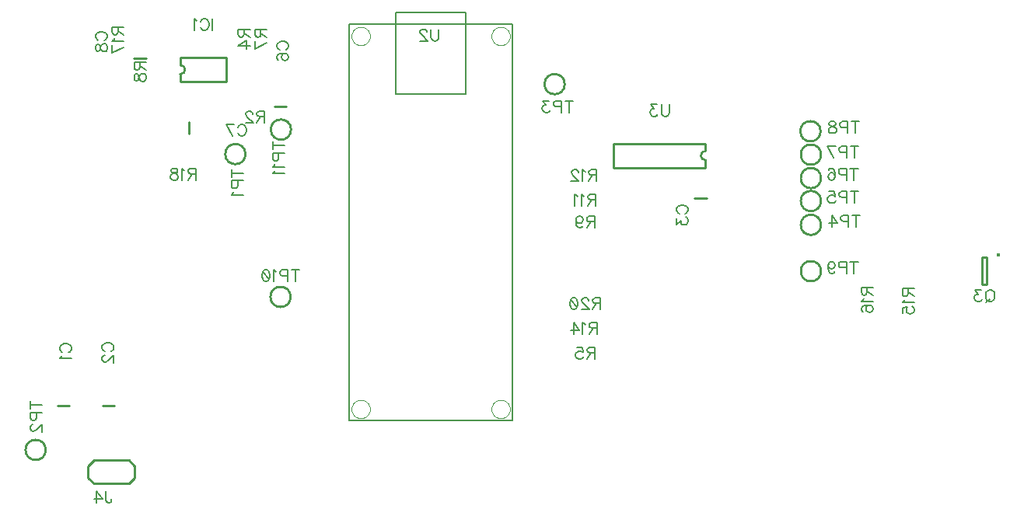
<source format=gbr>
G04 DipTrace 3.0.0.2*
G04 BottomSilk.gbr*
%MOMM*%
G04 #@! TF.FileFunction,Legend,Bot*
G04 #@! TF.Part,Single*
%ADD10C,0.25*%
%ADD21C,0.00033*%
%ADD26C,0.127*%
%ADD33O,0.39172X0.39127*%
%ADD84C,0.19608*%
%FSLAX35Y35*%
G04*
G71*
G90*
G75*
G01*
G04 BotSilk*
%LPD*%
X1474690Y2450533D2*
D10*
X1604590D1*
X1966817D2*
X2096717D1*
X8542077Y4708677D2*
X8412177D1*
X3838603Y5706007D2*
X3968503D1*
X2911073Y5541700D2*
Y5411800D1*
X2308603Y6236007D2*
X2438503D1*
X2813548Y6241078D2*
X3313558D1*
X2813548Y5981042D2*
X3313558D1*
Y6241078D2*
Y5981042D1*
X2813548Y6161084D2*
Y6241078D1*
Y6061036D2*
Y5981042D1*
Y6161084D2*
G02X2813548Y6061036I-23J-50024D01*
G01*
X2254000Y1603173D2*
X1873000D1*
X1809500Y1666673D1*
Y1793673D1*
X1873000Y1857173D2*
X1809500Y1793673D1*
X2254000Y1857173D2*
X1873000D1*
X2317500Y1793673D2*
X2254000Y1857173D1*
X2317500Y1666673D2*
Y1793673D1*
Y1666673D2*
X2254000Y1603173D1*
D33*
X11720114Y4094290D3*
X11592754Y4070920D2*
D10*
Y3770933D1*
X11542753D1*
Y4070920D1*
X11592754D1*
X3303000Y5191000D2*
G02X3303000Y5191000I110000J0D01*
G01*
X1128100Y1968273D2*
G02X1128100Y1968273I110000J0D01*
G01*
X6779627Y5953000D2*
G02X6779627Y5953000I110000J0D01*
G01*
X9570000Y4420000D2*
G02X9570000Y4420000I110000J0D01*
G01*
Y4680000D2*
G02X9570000Y4680000I110000J0D01*
G01*
Y4930000D2*
G02X9570000Y4930000I110000J0D01*
G01*
Y5185000D2*
G02X9570000Y5185000I110000J0D01*
G01*
X9565000Y5440000D2*
G02X9565000Y5440000I110000J0D01*
G01*
X9570000Y3915000D2*
G02X9570000Y3915000I110000J0D01*
G01*
X3794820Y3634973D2*
G02X3794820Y3634973I110000J0D01*
G01*
X3798803Y5457810D2*
G02X3798803Y5457810I110000J0D01*
G01*
X4678228Y6477064D2*
D21*
X4678471Y6484040D1*
X4679201Y6490983D1*
X4680414Y6497858D1*
X4682103Y6504631D1*
X4684261Y6511270D1*
X4686877Y6517743D1*
X4689938Y6524017D1*
X4693430Y6530062D1*
X4697335Y6535850D1*
X4701634Y6541351D1*
X4706307Y6546538D1*
X4711330Y6551388D1*
X4716679Y6555875D1*
X4722329Y6559978D1*
X4728251Y6563677D1*
X4734417Y6566954D1*
X4740796Y6569794D1*
X4747358Y6572181D1*
X4754071Y6574106D1*
X4760901Y6575557D1*
X4767816Y6576528D1*
X4774782Y6577015D1*
X4781766D1*
X4788732Y6576528D1*
X4795647Y6575557D1*
X4802477Y6574106D1*
X4809190Y6572181D1*
X4815752Y6569794D1*
X4822131Y6566954D1*
X4828297Y6563677D1*
X4834219Y6559978D1*
X4839869Y6555875D1*
X4845218Y6551388D1*
X4850241Y6546538D1*
X4854914Y6541351D1*
X4859213Y6535850D1*
X4863118Y6530062D1*
X4866610Y6524017D1*
X4869671Y6517743D1*
X4872287Y6511270D1*
X4874445Y6504631D1*
X4876134Y6497858D1*
X4877347Y6490983D1*
X4878077Y6484040D1*
X4878320Y6477064D1*
X4878077Y6470087D1*
X4877347Y6463145D1*
X4876134Y6456270D1*
X4874445Y6449497D1*
X4872287Y6442858D1*
X4869671Y6436385D1*
X4866610Y6430111D1*
X4863118Y6424065D1*
X4859213Y6418278D1*
X4854914Y6412777D1*
X4850241Y6407589D1*
X4845218Y6402740D1*
X4839869Y6398253D1*
X4834219Y6394150D1*
X4828297Y6390450D1*
X4822131Y6387173D1*
X4815752Y6384334D1*
X4809190Y6381946D1*
X4802477Y6380022D1*
X4795647Y6378571D1*
X4788732Y6377599D1*
X4781766Y6377112D1*
X4774782D1*
X4767816Y6377599D1*
X4760901Y6378571D1*
X4754071Y6380022D1*
X4747358Y6381946D1*
X4740796Y6384334D1*
X4734417Y6387173D1*
X4728251Y6390450D1*
X4722329Y6394150D1*
X4716679Y6398253D1*
X4711330Y6402740D1*
X4706307Y6407589D1*
X4701634Y6412777D1*
X4697335Y6418278D1*
X4693430Y6424065D1*
X4689938Y6430111D1*
X4686877Y6436385D1*
X4684261Y6442858D1*
X4682103Y6449497D1*
X4680414Y6456270D1*
X4679201Y6463145D1*
X4678471Y6470087D1*
X4678228Y6477064D1*
X6202180D2*
X6202423Y6484040D1*
X6203153Y6490983D1*
X6204366Y6497858D1*
X6206055Y6504631D1*
X6208213Y6511270D1*
X6210829Y6517743D1*
X6213890Y6524017D1*
X6217382Y6530062D1*
X6221287Y6535850D1*
X6225586Y6541351D1*
X6230259Y6546538D1*
X6235282Y6551388D1*
X6240631Y6555875D1*
X6246281Y6559978D1*
X6252203Y6563677D1*
X6258369Y6566954D1*
X6264748Y6569794D1*
X6271310Y6572181D1*
X6278023Y6574106D1*
X6284853Y6575557D1*
X6291768Y6576528D1*
X6298734Y6577015D1*
X6305718D1*
X6312684Y6576528D1*
X6319599Y6575557D1*
X6326429Y6574106D1*
X6333142Y6572181D1*
X6339704Y6569794D1*
X6346083Y6566954D1*
X6352249Y6563677D1*
X6358171Y6559978D1*
X6363821Y6555875D1*
X6369170Y6551388D1*
X6374193Y6546538D1*
X6378866Y6541351D1*
X6383165Y6535850D1*
X6387070Y6530062D1*
X6390562Y6524017D1*
X6393623Y6517743D1*
X6396239Y6511270D1*
X6398397Y6504631D1*
X6400086Y6497858D1*
X6401299Y6490983D1*
X6402029Y6484040D1*
X6402272Y6477064D1*
X6402029Y6470087D1*
X6401299Y6463145D1*
X6400086Y6456270D1*
X6398397Y6449497D1*
X6396239Y6442858D1*
X6393623Y6436385D1*
X6390562Y6430111D1*
X6387070Y6424065D1*
X6383165Y6418278D1*
X6378866Y6412777D1*
X6374193Y6407589D1*
X6369170Y6402740D1*
X6363821Y6398253D1*
X6358171Y6394150D1*
X6352249Y6390450D1*
X6346083Y6387173D1*
X6339704Y6384334D1*
X6333142Y6381946D1*
X6326429Y6380022D1*
X6319599Y6378571D1*
X6312684Y6377599D1*
X6305718Y6377112D1*
X6298734D1*
X6291768Y6377599D1*
X6284853Y6378571D1*
X6278023Y6380022D1*
X6271310Y6381946D1*
X6264748Y6384334D1*
X6258369Y6387173D1*
X6252203Y6390450D1*
X6246281Y6394150D1*
X6240631Y6398253D1*
X6235282Y6402740D1*
X6230259Y6407589D1*
X6225586Y6412777D1*
X6221287Y6418278D1*
X6217382Y6424065D1*
X6213890Y6430111D1*
X6210829Y6436385D1*
X6208213Y6442858D1*
X6206055Y6449497D1*
X6204366Y6456270D1*
X6203153Y6463145D1*
X6202423Y6470087D1*
X6202180Y6477064D1*
Y2413000D2*
X6202423Y2419977D1*
X6203153Y2426919D1*
X6204366Y2433794D1*
X6206055Y2440568D1*
X6208213Y2447207D1*
X6210829Y2453679D1*
X6213890Y2459953D1*
X6217382Y2465999D1*
X6221287Y2471786D1*
X6225586Y2477287D1*
X6230259Y2482475D1*
X6235282Y2487324D1*
X6240631Y2491811D1*
X6246281Y2495914D1*
X6252203Y2499614D1*
X6258369Y2502891D1*
X6264748Y2505730D1*
X6271310Y2508118D1*
X6278023Y2510042D1*
X6284853Y2511493D1*
X6291768Y2512465D1*
X6298734Y2512952D1*
X6305718D1*
X6312684Y2512465D1*
X6319599Y2511493D1*
X6326429Y2510042D1*
X6333142Y2508118D1*
X6339704Y2505730D1*
X6346083Y2502891D1*
X6352249Y2499614D1*
X6358171Y2495914D1*
X6363821Y2491811D1*
X6369170Y2487324D1*
X6374193Y2482475D1*
X6378866Y2477287D1*
X6383165Y2471786D1*
X6387070Y2465999D1*
X6390562Y2459953D1*
X6393623Y2453679D1*
X6396239Y2447207D1*
X6398397Y2440568D1*
X6400086Y2433794D1*
X6401299Y2426919D1*
X6402029Y2419977D1*
X6402272Y2413000D1*
X6402029Y2406024D1*
X6401299Y2399081D1*
X6400086Y2392207D1*
X6398397Y2385433D1*
X6396239Y2378794D1*
X6393623Y2372322D1*
X6390562Y2366047D1*
X6387070Y2360002D1*
X6383165Y2354214D1*
X6378866Y2348714D1*
X6374193Y2343526D1*
X6369170Y2338677D1*
X6363821Y2334189D1*
X6358171Y2330086D1*
X6352249Y2326387D1*
X6346083Y2323110D1*
X6339704Y2320270D1*
X6333142Y2317883D1*
X6326429Y2315959D1*
X6319599Y2314507D1*
X6312684Y2313536D1*
X6305718Y2313049D1*
X6298734D1*
X6291768Y2313536D1*
X6284853Y2314507D1*
X6278023Y2315959D1*
X6271310Y2317883D1*
X6264748Y2320270D1*
X6258369Y2323110D1*
X6252203Y2326387D1*
X6246281Y2330086D1*
X6240631Y2334189D1*
X6235282Y2338677D1*
X6230259Y2343526D1*
X6225586Y2348714D1*
X6221287Y2354214D1*
X6217382Y2360002D1*
X6213890Y2366047D1*
X6210829Y2372322D1*
X6208213Y2378794D1*
X6206055Y2385433D1*
X6204366Y2392207D1*
X6203153Y2399081D1*
X6202423Y2406024D1*
X6202180Y2413000D1*
X4678228D2*
X4678471Y2419977D1*
X4679201Y2426919D1*
X4680414Y2433794D1*
X4682103Y2440568D1*
X4684261Y2447207D1*
X4686877Y2453679D1*
X4689938Y2459953D1*
X4693430Y2465999D1*
X4697335Y2471786D1*
X4701634Y2477287D1*
X4706307Y2482475D1*
X4711330Y2487324D1*
X4716679Y2491811D1*
X4722329Y2495914D1*
X4728251Y2499614D1*
X4734417Y2502891D1*
X4740796Y2505730D1*
X4747358Y2508118D1*
X4754071Y2510042D1*
X4760901Y2511493D1*
X4767816Y2512465D1*
X4774782Y2512952D1*
X4781766D1*
X4788732Y2512465D1*
X4795647Y2511493D1*
X4802477Y2510042D1*
X4809190Y2508118D1*
X4815752Y2505730D1*
X4822131Y2502891D1*
X4828297Y2499614D1*
X4834219Y2495914D1*
X4839869Y2491811D1*
X4845218Y2487324D1*
X4850241Y2482475D1*
X4854914Y2477287D1*
X4859213Y2471786D1*
X4863118Y2465999D1*
X4866610Y2459953D1*
X4869671Y2453679D1*
X4872287Y2447207D1*
X4874445Y2440568D1*
X4876134Y2433794D1*
X4877347Y2426919D1*
X4878077Y2419977D1*
X4878320Y2413000D1*
X4878077Y2406024D1*
X4877347Y2399081D1*
X4876134Y2392207D1*
X4874445Y2385433D1*
X4872287Y2378794D1*
X4869671Y2372322D1*
X4866610Y2366047D1*
X4863118Y2360002D1*
X4859213Y2354214D1*
X4854914Y2348714D1*
X4850241Y2343526D1*
X4845218Y2338677D1*
X4839869Y2334189D1*
X4834219Y2330086D1*
X4828297Y2326387D1*
X4822131Y2323110D1*
X4815752Y2320270D1*
X4809190Y2317883D1*
X4802477Y2315959D1*
X4795647Y2314507D1*
X4788732Y2313536D1*
X4781766Y2313049D1*
X4774782D1*
X4767816Y2313536D1*
X4760901Y2314507D1*
X4754071Y2315959D1*
X4747358Y2317883D1*
X4740796Y2320270D1*
X4734417Y2323110D1*
X4728251Y2326387D1*
X4722329Y2330086D1*
X4716679Y2334189D1*
X4711330Y2338677D1*
X4706307Y2343526D1*
X4701634Y2348714D1*
X4697335Y2354214D1*
X4693430Y2360002D1*
X4689938Y2366047D1*
X4686877Y2372322D1*
X4684261Y2378794D1*
X4682103Y2385433D1*
X4680414Y2392207D1*
X4679201Y2399081D1*
X4678471Y2406024D1*
X4678228Y2413000D1*
X4651232Y6603746D2*
D26*
Y2285873D1*
X6429268D1*
Y6603746D1*
X4651232D1*
X5159216Y6730873D2*
X5921284D1*
Y5841873D1*
X5159216D1*
Y6730873D1*
X8532583Y5045232D2*
D10*
X7532663D1*
X8532583Y5305268D2*
X7532663D1*
Y5045232D2*
Y5305268D1*
X8532583Y5045232D2*
Y5125226D1*
Y5225274D2*
Y5305268D1*
Y5125226D2*
G02X8532583Y5225274I28J50024D01*
G01*
X1531203Y3032552D2*
D84*
X1519130Y3038588D1*
X1506917Y3050802D1*
X1500880Y3062875D1*
Y3087161D1*
X1506917Y3099375D1*
X1519130Y3111448D1*
X1531203Y3117625D1*
X1549453Y3123661D1*
X1579917D1*
X1598026Y3117625D1*
X1610240Y3111448D1*
X1622313Y3099375D1*
X1628490Y3087161D1*
Y3062875D1*
X1622313Y3050802D1*
X1610240Y3038588D1*
X1598026Y3032552D1*
X1525307Y2993336D2*
X1519130Y2981123D1*
X1501020Y2962873D1*
X1628490D1*
X1991583Y3043983D2*
X1979510Y3050020D1*
X1967297Y3062233D1*
X1961260Y3074306D1*
Y3098593D1*
X1967297Y3110806D1*
X1979510Y3122879D1*
X1991583Y3129056D1*
X2009833Y3135093D1*
X2040297D1*
X2058406Y3129056D1*
X2070620Y3122879D1*
X2082693Y3110806D1*
X2088870Y3098593D1*
Y3074306D1*
X2082693Y3062233D1*
X2070620Y3050020D1*
X2058406Y3043983D1*
X1991724Y2998591D2*
X1985687D1*
X1973474Y2992554D1*
X1967437Y2986518D1*
X1961401Y2974304D1*
X1961400Y2950018D1*
X1967437Y2937944D1*
X1973474Y2931908D1*
X1985687Y2925731D1*
X1997760D1*
X2009974Y2931908D1*
X2028083Y2943981D1*
X2088870Y3004767D1*
Y2919694D1*
X8246463Y4545240D2*
X8234390Y4551276D1*
X8222177Y4563490D1*
X8216140Y4575563D1*
Y4599849D1*
X8222177Y4612063D1*
X8234390Y4624136D1*
X8246463Y4630313D1*
X8264713Y4636349D1*
X8295177D1*
X8313286Y4630313D1*
X8325500Y4624136D1*
X8337573Y4612063D1*
X8343750Y4599849D1*
Y4575563D1*
X8337573Y4563490D1*
X8325500Y4551276D1*
X8313286Y4545240D1*
X8216281Y4493811D2*
X8216280Y4427128D1*
X8264854Y4463488D1*
Y4445238D1*
X8270890Y4433165D1*
X8276927Y4427128D1*
X8295177Y4420951D1*
X8307250D1*
X8325500Y4427128D1*
X8337713Y4439201D1*
X8343750Y4457451D1*
Y4475701D1*
X8337713Y4493811D1*
X8331536Y4499847D1*
X8319463Y4506024D1*
X3895117Y6328115D2*
X3883044Y6334151D1*
X3870830Y6346365D1*
X3864794Y6358438D1*
Y6382724D1*
X3870830Y6394938D1*
X3883044Y6407011D1*
X3895117Y6413188D1*
X3913367Y6419224D1*
X3943830D1*
X3961940Y6413188D1*
X3974153Y6407011D1*
X3986226Y6394938D1*
X3992403Y6382724D1*
Y6358438D1*
X3986226Y6346364D1*
X3974153Y6334151D1*
X3961940Y6328115D1*
X3883043Y6216039D2*
X3870970Y6222076D1*
X3864934Y6240326D1*
Y6252399D1*
X3870970Y6270649D1*
X3889220Y6282862D1*
X3919544Y6288899D1*
X3949867D1*
X3974153Y6282862D1*
X3986367Y6270649D1*
X3992403Y6252399D1*
Y6246362D1*
X3986367Y6228253D1*
X3974153Y6216039D1*
X3955903Y6210003D1*
X3949866D1*
X3931616Y6216039D1*
X3919543Y6228253D1*
X3913507Y6246363D1*
Y6252399D1*
X3919544Y6270649D1*
X3931617Y6282862D1*
X3949867Y6288899D1*
X3441030Y5485187D2*
X3447066Y5497260D1*
X3459280Y5509473D1*
X3471353Y5515510D1*
X3495639D1*
X3507853Y5509473D1*
X3519926Y5497260D1*
X3526103Y5485187D1*
X3532139Y5466937D1*
Y5436473D1*
X3526103Y5418364D1*
X3519926Y5406150D1*
X3507853Y5394077D1*
X3495639Y5387900D1*
X3471353D1*
X3459280Y5394077D1*
X3447066Y5406150D1*
X3441030Y5418364D1*
X3377527Y5387900D2*
X3316741Y5515370D1*
X3401814D1*
X1920663Y6432553D2*
X1908590Y6438589D1*
X1896377Y6450803D1*
X1890340Y6462876D1*
Y6487162D1*
X1896377Y6499376D1*
X1908590Y6511449D1*
X1920663Y6517626D1*
X1938913Y6523662D1*
X1969377D1*
X1987486Y6517626D1*
X1999700Y6511449D1*
X2011773Y6499376D1*
X2017950Y6487162D1*
Y6462876D1*
X2011773Y6450803D1*
X1999700Y6438589D1*
X1987486Y6432553D1*
X1890481Y6363014D2*
X1896517Y6381124D1*
X1908590Y6387301D1*
X1920804D1*
X1932877Y6381124D1*
X1939054Y6369051D1*
X1945090Y6344764D1*
X1951127Y6326514D1*
X1963340Y6314441D1*
X1975413Y6308405D1*
X1993663D1*
X2005736Y6314441D1*
X2011913Y6320478D1*
X2017950Y6338728D1*
Y6363014D1*
X2011913Y6381124D1*
X2005736Y6387301D1*
X1993663Y6393337D1*
X1975413D1*
X1963340Y6387301D1*
X1951127Y6375087D1*
X1945090Y6356978D1*
X1939054Y6332691D1*
X1932877Y6320478D1*
X1920804Y6314441D1*
X1908590D1*
X1896517Y6320478D1*
X1890480Y6338728D1*
X1890481Y6363014D1*
X3163556Y6667047D2*
Y6539437D1*
X3033230Y6636724D2*
X3039267Y6648797D1*
X3051480Y6661010D1*
X3063553Y6667047D1*
X3087840D1*
X3100053Y6661010D1*
X3112126Y6648797D1*
X3118303Y6636724D1*
X3124340Y6618474D1*
Y6588010D1*
X3118303Y6569900D1*
X3112126Y6557687D1*
X3100053Y6545614D1*
X3087840Y6539437D1*
X3063553D1*
X3051480Y6545614D1*
X3039267Y6557687D1*
X3033230Y6569900D1*
X2994015Y6642620D2*
X2981801Y6648797D1*
X2963551Y6666906D1*
Y6539437D1*
X2003029Y1519340D2*
Y1422194D1*
X2009066Y1403944D1*
X2015243Y1397907D1*
X2027316Y1391730D1*
X2039529D1*
X2051602Y1397907D1*
X2057639Y1403944D1*
X2063816Y1422194D1*
Y1434267D1*
X1903027Y1391730D2*
Y1519200D1*
X1963814Y1434267D1*
X1872704D1*
X11644264Y3712527D2*
X11656337Y3706630D1*
X11668551Y3694417D1*
X11674587Y3682204D1*
X11680764Y3663954D1*
Y3633630D1*
X11674587Y3615380D1*
X11668551Y3603307D1*
X11656337Y3591094D1*
X11644264Y3585057D1*
X11619978D1*
X11607764Y3591094D1*
X11595691Y3603307D1*
X11589655Y3615380D1*
X11583478Y3633630D1*
Y3663954D1*
X11589655Y3682204D1*
X11595691Y3694417D1*
X11607764Y3706630D1*
X11619978Y3712527D1*
X11644264D1*
X11626014Y3609344D2*
X11589655Y3572844D1*
X11532049Y3712386D2*
X11465366D1*
X11501726Y3663813D1*
X11483476D1*
X11471402Y3657777D1*
X11465366Y3651740D1*
X11459189Y3633490D1*
Y3621417D1*
X11465366Y3603167D1*
X11477439Y3590954D1*
X11495689Y3584917D1*
X11513939D1*
X11532049Y3590954D1*
X11538085Y3597130D1*
X11544262Y3609204D1*
X3730854Y5598553D2*
X3676245D1*
X3657995Y5604730D1*
X3651818Y5610767D1*
X3645781Y5622840D1*
Y5635053D1*
X3651818Y5647126D1*
X3657995Y5653303D1*
X3676245Y5659340D1*
X3730854D1*
Y5531730D1*
X3688318Y5598553D2*
X3645781Y5531730D1*
X3600389Y5628876D2*
Y5634913D1*
X3594352Y5647126D1*
X3588315Y5653163D1*
X3576102Y5659200D1*
X3551815D1*
X3539742Y5653163D1*
X3533706Y5647126D1*
X3527529Y5634913D1*
Y5622840D1*
X3533706Y5610626D1*
X3545779Y5592517D1*
X3606565Y5531730D1*
X3521492D1*
X3505580Y6552099D2*
Y6497490D1*
X3499403Y6479240D1*
X3493367Y6473063D1*
X3481294Y6467026D1*
X3469080D1*
X3457007Y6473063D1*
X3450830Y6479240D1*
X3444794Y6497490D1*
Y6552099D1*
X3572403D1*
X3505580Y6509563D2*
X3572403Y6467026D1*
Y6367024D2*
X3444934D1*
X3529867Y6427811D1*
X3529866Y6336701D1*
X7327388Y3025837D2*
X7272778D1*
X7254528Y3032014D1*
X7248351Y3038050D1*
X7242315Y3050123D1*
Y3062337D1*
X7248351Y3074410D1*
X7254528Y3080587D1*
X7272778Y3086623D1*
X7327388D1*
Y2959014D1*
X7284851Y3025837D2*
X7242315Y2959014D1*
X7130239Y3086483D2*
X7190885D1*
X7196922Y3031873D1*
X7190885Y3037910D1*
X7172635Y3044087D1*
X7154526D1*
X7136276Y3037910D1*
X7124062Y3025837D1*
X7118026Y3007587D1*
Y2995514D1*
X7124062Y2977264D1*
X7136276Y2965050D1*
X7154526Y2959014D1*
X7172635D1*
X7190885Y2965050D1*
X7196922Y2971227D1*
X7203099Y2983300D1*
X3688747Y6548994D2*
Y6494385D1*
X3682570Y6476135D1*
X3676533Y6469958D1*
X3664460Y6463921D1*
X3652247D1*
X3640174Y6469958D1*
X3633997Y6476135D1*
X3627960Y6494385D1*
Y6548994D1*
X3755570D1*
X3688747Y6506458D2*
X3755570Y6463921D1*
Y6400419D2*
X3628100Y6339633D1*
X3628101Y6424706D1*
X2371607Y6192417D2*
Y6137808D1*
X2365430Y6119558D1*
X2359393Y6113381D1*
X2347320Y6107345D1*
X2335107D1*
X2323034Y6113381D1*
X2316857Y6119558D1*
X2310820Y6137808D1*
Y6192418D1*
X2438430Y6192417D1*
X2371607Y6149881D2*
X2438430Y6107344D1*
X2310961Y6037806D2*
X2316997Y6055915D1*
X2329070Y6062092D1*
X2341284D1*
X2353357Y6055915D1*
X2359534Y6043842D1*
X2365570Y6019556D1*
X2371607Y6001306D1*
X2383820Y5989233D1*
X2395893Y5983196D1*
X2414143D1*
X2426216Y5989233D1*
X2432393Y5995269D1*
X2438430Y6013519D1*
Y6037806D1*
X2432393Y6055915D1*
X2426216Y6062092D1*
X2414143Y6068129D1*
X2395893D1*
X2383820Y6062092D1*
X2371607Y6049879D1*
X2365570Y6031769D1*
X2359534Y6007483D1*
X2353357Y5995269D1*
X2341284Y5989233D1*
X2329070D1*
X2316997Y5995269D1*
X2310960Y6013519D1*
X2310961Y6037806D1*
X7324869Y4454593D2*
X7270260D1*
X7252010Y4460770D1*
X7245833Y4466807D1*
X7239796Y4478880D1*
Y4491093D1*
X7245833Y4503166D1*
X7252010Y4509343D1*
X7270260Y4515380D1*
X7324869D1*
Y4387770D1*
X7282333Y4454593D2*
X7239796Y4387770D1*
X7121544Y4472843D2*
X7127721Y4454593D1*
X7139794Y4442380D1*
X7158044Y4436343D1*
X7164081D1*
X7182331Y4442380D1*
X7194404Y4454593D1*
X7200581Y4472843D1*
Y4478880D1*
X7194404Y4497130D1*
X7182331Y4509203D1*
X7164081Y4515240D1*
X7158044D1*
X7139794Y4509203D1*
X7127721Y4497130D1*
X7121544Y4472843D1*
Y4442380D1*
X7127721Y4412057D1*
X7139794Y4393807D1*
X7158044Y4387770D1*
X7170117D1*
X7188367Y4393807D1*
X7194404Y4406020D1*
X7335422Y4692720D2*
X7280813D1*
X7262563Y4698897D1*
X7256386Y4704934D1*
X7250349Y4717007D1*
Y4729220D1*
X7256386Y4741293D1*
X7262563Y4747470D1*
X7280813Y4753507D1*
X7335422D1*
Y4625897D1*
X7292886Y4692720D2*
X7250349Y4625897D1*
X7211134Y4729080D2*
X7198920Y4735257D1*
X7180670Y4753366D1*
Y4625897D1*
X7141454Y4729080D2*
X7129241Y4735257D1*
X7110991Y4753366D1*
Y4625897D1*
X7346854Y4962593D2*
X7292244D1*
X7273994Y4968770D1*
X7267817Y4974807D1*
X7261781Y4986880D1*
Y4999093D1*
X7267817Y5011166D1*
X7273994Y5017343D1*
X7292244Y5023380D1*
X7346854D1*
Y4895770D1*
X7304317Y4962593D2*
X7261781Y4895770D1*
X7222565Y4998953D2*
X7210352Y5005130D1*
X7192102Y5023240D1*
Y4895770D1*
X7146709Y4992916D2*
Y4998953D1*
X7140672Y5011166D1*
X7134636Y5017203D1*
X7122422Y5023240D1*
X7098136D1*
X7086063Y5017203D1*
X7080026Y5011166D1*
X7073849Y4998953D1*
Y4986880D1*
X7080026Y4974666D1*
X7092099Y4956557D1*
X7152886Y4895770D1*
X7067813D1*
X7349372Y3295707D2*
X7294762D1*
X7276512Y3301884D1*
X7270336Y3307920D1*
X7264299Y3319993D1*
Y3332207D1*
X7270336Y3344280D1*
X7276512Y3350457D1*
X7294762Y3356493D1*
X7349372D1*
Y3228884D1*
X7306836Y3295707D2*
X7264299Y3228884D1*
X7225083Y3332066D2*
X7212870Y3338243D1*
X7194620Y3356353D1*
Y3228884D1*
X7094618D2*
Y3356353D1*
X7155404Y3271420D1*
X7064295D1*
X10736507Y3727114D2*
Y3672504D1*
X10730330Y3654254D1*
X10724293Y3648077D1*
X10712220Y3642041D1*
X10700007D1*
X10687934Y3648077D1*
X10681757Y3654254D1*
X10675720Y3672504D1*
Y3727114D1*
X10803330D1*
X10736507Y3684577D2*
X10803330Y3642041D1*
X10700147Y3602825D2*
X10693970Y3590612D1*
X10675861Y3572362D1*
X10803330D1*
X10675860Y3460287D2*
X10675861Y3520933D1*
X10730470Y3526969D1*
X10724434Y3520933D1*
X10718257Y3502683D1*
Y3484573D1*
X10724434Y3466323D1*
X10736507Y3454110D1*
X10754757Y3448073D1*
X10766830D1*
X10785080Y3454110D1*
X10797293Y3466323D1*
X10803330Y3484573D1*
Y3502683D1*
X10797293Y3520933D1*
X10791116Y3526969D1*
X10779043Y3533146D1*
X10292053Y3739419D2*
Y3684809D1*
X10285876Y3666559D1*
X10279840Y3660382D1*
X10267767Y3654346D1*
X10255553D1*
X10243480Y3660382D1*
X10237303Y3666559D1*
X10231267Y3684809D1*
Y3739419D1*
X10358876D1*
X10292053Y3696882D2*
X10358876Y3654346D1*
X10255694Y3615130D2*
X10249517Y3602917D1*
X10231407Y3584667D1*
X10358876D1*
X10249517Y3472592D2*
X10237444Y3478628D1*
X10231407Y3496878D1*
Y3508951D1*
X10237444Y3527201D1*
X10255694Y3539415D1*
X10286017Y3545451D1*
X10316340D1*
X10340627Y3539414D1*
X10352840Y3527201D1*
X10358876Y3508951D1*
Y3502914D1*
X10352840Y3484805D1*
X10340626Y3472592D1*
X10322376Y3466555D1*
X10316340D1*
X10298090Y3472592D1*
X10286017Y3484805D1*
X10279980Y3502915D1*
Y3508951D1*
X10286017Y3527201D1*
X10298090Y3539414D1*
X10316340Y3545451D1*
X2133507Y6575581D2*
Y6520971D1*
X2127330Y6502721D1*
X2121293Y6496544D1*
X2109220Y6490508D1*
X2097007D1*
X2084934Y6496544D1*
X2078757Y6502721D1*
X2072720Y6520971D1*
Y6575581D1*
X2200330D1*
X2133507Y6533044D2*
X2200330Y6490507D1*
X2097147Y6451292D2*
X2090970Y6439078D1*
X2072861Y6420828D1*
X2200330D1*
Y6357326D2*
X2072860Y6296540D1*
X2072861Y6381613D1*
X2984387Y4975427D2*
X2929777D1*
X2911527Y4981604D1*
X2905350Y4987640D1*
X2899314Y4999713D1*
Y5011927D1*
X2905350Y5024000D1*
X2911527Y5030177D1*
X2929777Y5036213D1*
X2984387D1*
Y4908604D1*
X2941850Y4975427D2*
X2899314Y4908604D1*
X2860098Y5011786D2*
X2847885Y5017963D1*
X2829635Y5036073D1*
Y4908604D1*
X2760096Y5036073D2*
X2778206Y5030036D1*
X2784383Y5017963D1*
Y5005750D1*
X2778206Y4993677D1*
X2766133Y4987500D1*
X2741846Y4981463D1*
X2723596Y4975427D1*
X2711523Y4963213D1*
X2705486Y4951140D1*
Y4932890D1*
X2711523Y4920817D1*
X2717559Y4914640D1*
X2735809Y4908604D1*
X2760096D1*
X2778206Y4914640D1*
X2784383Y4920817D1*
X2790419Y4932890D1*
Y4951140D1*
X2784383Y4963213D1*
X2772169Y4975427D1*
X2754059Y4981463D1*
X2729773Y4987500D1*
X2717559Y4993677D1*
X2711523Y5005750D1*
Y5017963D1*
X2717559Y5030036D1*
X2735809Y5036073D1*
X2760096D1*
X7390032Y3565580D2*
X7335422D1*
X7317172Y3571757D1*
X7310995Y3577794D1*
X7304959Y3589867D1*
Y3602080D1*
X7310995Y3614153D1*
X7317172Y3620330D1*
X7335422Y3626367D1*
X7390032D1*
Y3498757D1*
X7347495Y3565580D2*
X7304959Y3498757D1*
X7259566Y3595903D2*
Y3601940D1*
X7253530Y3614153D1*
X7247493Y3620190D1*
X7235280Y3626226D1*
X7210993D1*
X7198920Y3620190D1*
X7192884Y3614153D1*
X7186707Y3601940D1*
Y3589867D1*
X7192884Y3577653D1*
X7204957Y3559544D1*
X7265743Y3498757D1*
X7180670D1*
X7104954Y3626226D2*
X7123204Y3620190D1*
X7135418Y3601940D1*
X7141454Y3571617D1*
Y3553367D1*
X7135418Y3523044D1*
X7123204Y3504794D1*
X7104954Y3498757D1*
X7092881D1*
X7074631Y3504794D1*
X7062558Y3523044D1*
X7056381Y3553367D1*
Y3571617D1*
X7062558Y3601940D1*
X7074631Y3620190D1*
X7092881Y3626226D1*
X7104954D1*
X7062558Y3601940D2*
X7135418Y3523044D1*
X3369874Y4985277D2*
X3497483D1*
X3369874Y5027814D2*
Y4942741D1*
X3436697Y4903525D2*
Y4848775D1*
X3430660Y4830666D1*
X3424483Y4824489D1*
X3412410Y4818452D1*
X3394160D1*
X3382087Y4824489D1*
X3375910Y4830666D1*
X3369874Y4848775D1*
Y4903525D1*
X3497483D1*
X3394300Y4779237D2*
X3388123Y4767023D1*
X3370014Y4748773D1*
X3497483D1*
X1179100Y2456536D2*
X1306710Y2456535D1*
X1179100Y2499072D2*
Y2413999D1*
X1245923Y2374783D2*
Y2320033D1*
X1239887Y2301924D1*
X1233710Y2295747D1*
X1221637Y2289710D1*
X1203387D1*
X1191314Y2295747D1*
X1185137Y2301924D1*
X1179100Y2320033D1*
Y2374783D1*
X1306710D1*
X1209564Y2244318D2*
X1203527D1*
X1191314Y2238281D1*
X1185277Y2232245D1*
X1179241Y2220031D1*
X1179240Y2195745D1*
X1185277Y2183672D1*
X1191314Y2177635D1*
X1203527Y2171458D1*
X1215600D1*
X1227814Y2177635D1*
X1245923Y2189708D1*
X1306710Y2250495D1*
Y2165422D1*
X7045662Y5772787D2*
Y5645177D1*
X7088199Y5772787D2*
X7003126D1*
X6963910Y5705964D2*
X6909160D1*
X6891050Y5712000D1*
X6884873Y5718177D1*
X6878837Y5730250D1*
Y5748500D1*
X6884873Y5760573D1*
X6891050Y5766750D1*
X6909160Y5772787D1*
X6963910D1*
Y5645177D1*
X6827408Y5772646D2*
X6760725D1*
X6797085Y5724073D1*
X6778835D1*
X6766761Y5718037D1*
X6760725Y5712000D1*
X6754548Y5693750D1*
Y5681677D1*
X6760725Y5663427D1*
X6772798Y5651214D1*
X6791048Y5645177D1*
X6809298D1*
X6827408Y5651214D1*
X6833444Y5657390D1*
X6839621Y5669464D1*
X10172394Y4525507D2*
Y4397897D1*
X10214930Y4525507D2*
X10129857D1*
X10090641Y4458684D2*
X10035891D1*
X10017782Y4464720D1*
X10011605Y4470897D1*
X10005568Y4482970D1*
Y4501220D1*
X10011605Y4513293D1*
X10017782Y4519470D1*
X10035891Y4525507D1*
X10090641D1*
Y4397897D1*
X9905566D2*
Y4525366D1*
X9966353Y4440434D1*
X9875243D1*
X10153502Y4785507D2*
Y4657897D1*
X10196039Y4785507D2*
X10110966D1*
X10071750Y4718684D2*
X10017000D1*
X9998890Y4724720D1*
X9992713Y4730897D1*
X9986677Y4742970D1*
Y4761220D1*
X9992713Y4773293D1*
X9998890Y4779470D1*
X10017000Y4785507D1*
X10071750D1*
Y4657897D1*
X9874601Y4785366D2*
X9935248D1*
X9941284Y4730757D1*
X9935248Y4736793D1*
X9916998Y4742970D1*
X9898888D1*
X9880638Y4736793D1*
X9868425Y4724720D1*
X9862388Y4706470D1*
Y4694397D1*
X9868425Y4676147D1*
X9880638Y4663934D1*
X9898888Y4657897D1*
X9916998D1*
X9935248Y4663934D1*
X9941284Y4670110D1*
X9947461Y4682184D1*
X10150414Y5035507D2*
Y4907897D1*
X10192950Y5035507D2*
X10107877D1*
X10068661Y4968684D2*
X10013911D1*
X9995802Y4974720D1*
X9989625Y4980897D1*
X9983588Y4992970D1*
Y5011220D1*
X9989625Y5023293D1*
X9995802Y5029470D1*
X10013911Y5035507D1*
X10068661D1*
Y4907897D1*
X9871513Y5017257D2*
X9877550Y5029330D1*
X9895800Y5035366D1*
X9907873D1*
X9926123Y5029330D1*
X9938336Y5011080D1*
X9944373Y4980757D1*
Y4950434D1*
X9938336Y4926147D1*
X9926123Y4913934D1*
X9907873Y4907897D1*
X9901836D1*
X9883726Y4913934D1*
X9871513Y4926147D1*
X9865476Y4944397D1*
Y4950434D1*
X9871513Y4968684D1*
X9883726Y4980757D1*
X9901836Y4986793D1*
X9907873D1*
X9926123Y4980757D1*
X9938336Y4968684D1*
X9944373Y4950434D1*
X10153502Y5274633D2*
Y5147024D1*
X10196039Y5274633D2*
X10110966D1*
X10071750Y5207810D2*
X10017000D1*
X9998890Y5213847D1*
X9992713Y5220024D1*
X9986677Y5232097D1*
Y5250347D1*
X9992713Y5262420D1*
X9998890Y5268597D1*
X10017000Y5274633D1*
X10071750D1*
Y5147024D1*
X9923175D2*
X9862388Y5274493D1*
X9947461D1*
X10164305Y5545507D2*
Y5417897D1*
X10206842Y5545507D2*
X10121769D1*
X10082553Y5478684D2*
X10027803D1*
X10009693Y5484720D1*
X10003516Y5490897D1*
X9997480Y5502970D1*
Y5521220D1*
X10003516Y5533293D1*
X10009693Y5539470D1*
X10027803Y5545507D1*
X10082553D1*
Y5417897D1*
X9927941Y5545366D2*
X9946051Y5539330D1*
X9952228Y5527257D1*
Y5515043D1*
X9946051Y5502970D1*
X9933978Y5496793D1*
X9909691Y5490757D1*
X9891441Y5484720D1*
X9879368Y5472507D1*
X9873332Y5460434D1*
Y5442184D1*
X9879368Y5430110D1*
X9885405Y5423934D1*
X9903655Y5417897D1*
X9927941D1*
X9946051Y5423934D1*
X9952228Y5430110D1*
X9958264Y5442184D1*
Y5460434D1*
X9952228Y5472507D1*
X9940014Y5484720D1*
X9921905Y5490757D1*
X9897618Y5496793D1*
X9885405Y5502970D1*
X9879368Y5515043D1*
Y5527257D1*
X9885405Y5539330D1*
X9903655Y5545366D1*
X9927941D1*
X10150484Y4020507D2*
Y3892897D1*
X10193020Y4020507D2*
X10107947D1*
X10068732Y3953684D2*
X10013982D1*
X9995872Y3959720D1*
X9989695Y3965897D1*
X9983659Y3977970D1*
Y3996220D1*
X9989695Y4008293D1*
X9995872Y4014470D1*
X10013982Y4020507D1*
X10068732D1*
Y3892897D1*
X9865406Y3977970D2*
X9871583Y3959720D1*
X9883656Y3947507D1*
X9901906Y3941470D1*
X9907943D1*
X9926193Y3947507D1*
X9938266Y3959720D1*
X9944443Y3977970D1*
Y3984007D1*
X9938266Y4002257D1*
X9926193Y4014330D1*
X9907943Y4020366D1*
X9901906D1*
X9883656Y4014330D1*
X9871583Y4002257D1*
X9865406Y3977970D1*
Y3947507D1*
X9871583Y3917184D1*
X9883656Y3898934D1*
X9901906Y3892897D1*
X9913979D1*
X9932229Y3898934D1*
X9938266Y3911147D1*
X4063948Y3930960D2*
Y3803350D1*
X4106485Y3930960D2*
X4021412D1*
X3982196Y3864137D2*
X3927446D1*
X3909336Y3870173D1*
X3903160Y3876350D1*
X3897123Y3888423D1*
Y3906673D1*
X3903160Y3918746D1*
X3909336Y3924923D1*
X3927446Y3930960D1*
X3982196D1*
Y3803350D1*
X3857907Y3906533D2*
X3845694Y3912710D1*
X3827444Y3930820D1*
Y3803350D1*
X3751728Y3930820D2*
X3769978Y3924783D1*
X3782192Y3906533D1*
X3788228Y3876210D1*
Y3857960D1*
X3782192Y3827637D1*
X3769978Y3809387D1*
X3751728Y3803350D1*
X3739655D1*
X3721405Y3809387D1*
X3709332Y3827637D1*
X3703155Y3857960D1*
Y3876210D1*
X3709332Y3906533D1*
X3721405Y3924783D1*
X3739655Y3930820D1*
X3751728D1*
X3709332Y3906533D2*
X3782192Y3827637D1*
X3818057Y5286927D2*
X3945666D1*
X3818057Y5329463D2*
Y5244390D1*
X3884880Y5205175D2*
Y5150425D1*
X3878843Y5132315D1*
X3872666Y5126138D1*
X3860593Y5120102D1*
X3842343D1*
X3830270Y5126138D1*
X3824093Y5132315D1*
X3818057Y5150425D1*
Y5205175D1*
X3945666D1*
X3842484Y5080886D2*
X3836307Y5068673D1*
X3818197Y5050423D1*
X3945666D1*
X3842484Y5011207D2*
X3836307Y4998994D1*
X3818197Y4980744D1*
X3945666D1*
X5629058Y6551773D2*
Y6460664D1*
X5623021Y6442414D1*
X5610808Y6430341D1*
X5592558Y6424164D1*
X5580485D1*
X5562235Y6430341D1*
X5550021Y6442414D1*
X5543985Y6460664D1*
Y6551773D1*
X5498592Y6521310D2*
Y6527346D1*
X5492555Y6539560D1*
X5486519Y6545596D1*
X5474305Y6551633D1*
X5450019D1*
X5437946Y6545596D1*
X5431909Y6539560D1*
X5425732Y6527346D1*
Y6515273D1*
X5431909Y6503060D1*
X5443982Y6484950D1*
X5504769Y6424164D1*
X5419696D1*
X8137304Y5731237D2*
Y5640127D1*
X8131268Y5621877D1*
X8119054Y5609804D1*
X8100804Y5603627D1*
X8088731D1*
X8070481Y5609804D1*
X8058268Y5621877D1*
X8052231Y5640127D1*
Y5731237D1*
X8000802Y5731096D2*
X7934119D1*
X7970479Y5682523D1*
X7952229D1*
X7940156Y5676487D1*
X7934119Y5670450D1*
X7927942Y5652200D1*
Y5640127D1*
X7934119Y5621877D1*
X7946192Y5609664D1*
X7964442Y5603627D1*
X7982692D1*
X8000802Y5609664D1*
X8006839Y5615840D1*
X8013015Y5627914D1*
M02*

</source>
